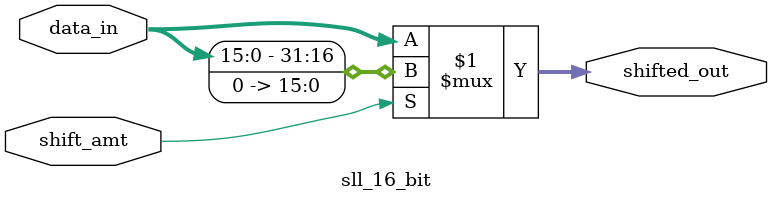
<source format=v>
module sll_16_bit(shifted_out, data_in, shift_amt);
    output [31:0] shifted_out;
    input [31:0] data_in;
    input shift_amt;

    assign shifted_out = shift_amt ? {data_in[15:0], 16'b0000000000000000} : data_in;
endmodule

</source>
